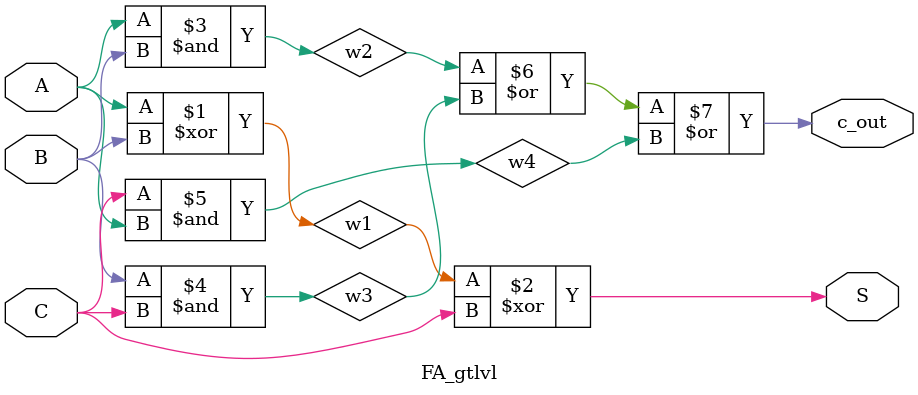
<source format=v>
`timescale 1ns / 1ps


module FA_gtlvl(
output S,
output c_out,
input A,
input B,
input C
);
wire w1,w2,w3;
xor g1(w1,A,B);
xor g2(S,w1,C);
and g3(w2,A,B);
and g4(w3,B,C);
and g5(w4,C,A);
or g6(c_out,w2,w3,w4);
endmodule

</source>
